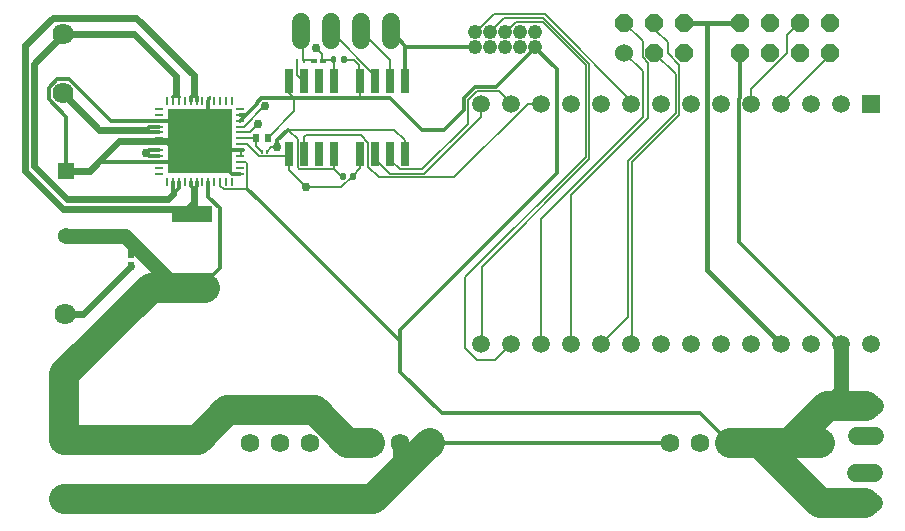
<source format=gbr>
G04 EAGLE Gerber RS-274X export*
G75*
%MOMM*%
%FSLAX34Y34*%
%LPD*%
%INTop Copper*%
%IPPOS*%
%AMOC8*
5,1,8,0,0,1.08239X$1,22.5*%
G01*
%ADD10C,1.524000*%
%ADD11P,1.649562X8X22.500000*%
%ADD12P,1.649562X8X202.500000*%
%ADD13C,1.524000*%
%ADD14R,1.508000X1.508000*%
%ADD15C,1.508000*%
%ADD16R,0.199200X0.704800*%
%ADD17R,0.704800X0.199200*%
%ADD18R,5.500000X5.500000*%
%ADD19C,1.590000*%
%ADD20R,1.590000X1.590000*%
%ADD21C,1.790700*%
%ADD22R,0.558800X0.711200*%
%ADD23R,0.600000X0.700000*%
%ADD24R,0.250000X0.300000*%
%ADD25R,0.500000X0.300000*%
%ADD26C,1.219200*%
%ADD27R,3.454400X1.397000*%
%ADD28C,0.286200*%
%ADD29R,1.371600X1.371600*%
%ADD30C,1.371600*%
%ADD31R,0.290000X0.300000*%
%ADD32R,0.660400X2.032000*%
%ADD33C,0.152400*%
%ADD34C,0.304800*%
%ADD35C,0.609600*%
%ADD36C,1.270000*%
%ADD37C,2.540000*%
%ADD38C,0.756400*%
%ADD39C,0.406400*%


D10*
X579800Y480200D03*
D11*
X605200Y480200D03*
X630600Y480200D03*
X579800Y505600D03*
X605200Y505600D03*
X630600Y505600D03*
D12*
X753400Y505190D03*
X728000Y505190D03*
X702600Y505190D03*
X677200Y505190D03*
X753400Y479790D03*
X728000Y479790D03*
X702600Y479790D03*
X677200Y479790D03*
D13*
X305530Y490460D02*
X305530Y505700D01*
X330930Y505700D02*
X330930Y490460D01*
X356330Y490460D02*
X356330Y505700D01*
X381730Y505700D02*
X381730Y490460D01*
D14*
X788652Y436600D03*
D15*
X763252Y436600D03*
X737852Y436600D03*
X712452Y436600D03*
X687052Y436600D03*
X661652Y436600D03*
X636252Y436600D03*
X610852Y436600D03*
X585452Y436600D03*
X560052Y436600D03*
X534652Y436600D03*
X509252Y436600D03*
X483852Y436600D03*
X458452Y436600D03*
X458452Y233400D03*
X483852Y233400D03*
X509252Y233400D03*
X534652Y233400D03*
X560052Y233400D03*
X585452Y233400D03*
X610852Y233400D03*
X636252Y233400D03*
X661652Y233400D03*
X687052Y233400D03*
X712452Y233400D03*
X737852Y233400D03*
X763252Y233400D03*
X788652Y233400D03*
D16*
X247500Y439524D03*
X242500Y439524D03*
X237500Y439524D03*
X232500Y439524D03*
X227500Y439524D03*
X222500Y439524D03*
X217500Y439524D03*
X212500Y439524D03*
X207500Y439524D03*
X202500Y439524D03*
X197500Y439524D03*
X192500Y439524D03*
D17*
X185476Y432500D03*
X185476Y427500D03*
X185476Y422500D03*
X185476Y417500D03*
X185476Y412500D03*
X185476Y407500D03*
X185476Y402500D03*
X185476Y397500D03*
X185476Y392500D03*
X185476Y387500D03*
X185476Y382500D03*
X185476Y377500D03*
D16*
X192500Y370476D03*
X197500Y370476D03*
X202500Y370476D03*
X207500Y370476D03*
X212500Y370476D03*
X217500Y370476D03*
X222500Y370476D03*
X227500Y370476D03*
X232500Y370476D03*
X237500Y370476D03*
X242500Y370476D03*
X247500Y370476D03*
D17*
X254524Y377500D03*
X254524Y382500D03*
X254524Y387500D03*
X254524Y392500D03*
X254524Y397500D03*
X254524Y402500D03*
X254524Y407500D03*
X254524Y412500D03*
X254524Y417500D03*
X254524Y422500D03*
X254524Y427500D03*
X254524Y432500D03*
D18*
X220000Y405000D03*
D19*
X262400Y150000D03*
X287800Y150000D03*
X313200Y150000D03*
X338600Y150000D03*
X364000Y150000D03*
X389400Y150000D03*
X414800Y150000D03*
X643400Y150000D03*
X618000Y150000D03*
X668800Y150000D03*
X694200Y150000D03*
X719600Y150000D03*
D20*
X745000Y150000D03*
D21*
X106110Y258730D03*
X106110Y208692D03*
X105430Y152420D03*
X105430Y102382D03*
X104710Y495600D03*
X104710Y445562D03*
D22*
X162000Y299586D03*
X162000Y310000D03*
D23*
X277680Y408110D03*
X267680Y408110D03*
D24*
X302430Y473310D03*
X308430Y473310D03*
D25*
X316770Y473220D03*
X324770Y473220D03*
D26*
X503810Y497490D03*
X503810Y484790D03*
X491110Y497490D03*
X491110Y484790D03*
X478410Y497490D03*
X478410Y484790D03*
X465710Y497490D03*
X465710Y484790D03*
X453010Y497490D03*
X453010Y484790D03*
D27*
X214030Y286489D03*
X214030Y343131D03*
D28*
X348301Y374191D02*
X348301Y377329D01*
X350839Y377329D01*
X350839Y374191D01*
X348301Y374191D01*
X348301Y376910D02*
X350839Y376910D01*
X339701Y377329D02*
X339701Y374191D01*
X339701Y377329D02*
X342239Y377329D01*
X342239Y374191D01*
X339701Y374191D01*
X339701Y376910D02*
X342239Y376910D01*
X334289Y473271D02*
X334289Y476409D01*
X334289Y473271D02*
X331751Y473271D01*
X331751Y476409D01*
X334289Y476409D01*
X334289Y475990D02*
X331751Y475990D01*
X342889Y476409D02*
X342889Y473271D01*
X340351Y473271D01*
X340351Y476409D01*
X342889Y476409D01*
X342889Y475990D02*
X340351Y475990D01*
D13*
X776330Y155460D02*
X791570Y155460D01*
X791570Y180860D02*
X776330Y180860D01*
X776110Y123890D02*
X791350Y123890D01*
X791350Y98490D02*
X776110Y98490D01*
D29*
X107300Y379840D03*
D30*
X107300Y324722D03*
D31*
X272590Y396320D03*
X277030Y396320D03*
D32*
X295950Y394266D03*
X295950Y455734D03*
X308650Y394266D03*
X321350Y394266D03*
X308650Y455734D03*
X321350Y455734D03*
X334050Y394266D03*
X334050Y455734D03*
X355950Y394266D03*
X355950Y455734D03*
X368650Y394266D03*
X381350Y394266D03*
X368650Y455734D03*
X381350Y455734D03*
X394050Y394266D03*
X394050Y455734D03*
D33*
X534652Y359652D02*
X534652Y233400D01*
X600000Y471391D02*
X595294Y476097D01*
X595294Y490106D02*
X579800Y505600D01*
X595294Y490106D02*
X595294Y476097D01*
X600000Y425000D02*
X534652Y359652D01*
X600000Y425000D02*
X600000Y471391D01*
X561250Y233750D02*
X560052Y233400D01*
X623202Y462198D02*
X605200Y480200D01*
X623202Y428763D02*
X583202Y388763D01*
X583202Y256550D02*
X560052Y233400D01*
X583202Y256550D02*
X583202Y388763D01*
X623202Y428763D02*
X623202Y462198D01*
X595278Y464722D02*
X579800Y480200D01*
X509252Y339252D02*
X509252Y233400D01*
X595278Y425278D02*
X595278Y464722D01*
X595278Y425278D02*
X509252Y339252D01*
X200000Y410000D02*
X198276Y408276D01*
X197500Y407500D01*
X200000Y405000D02*
X197500Y402500D01*
D34*
X197500Y422500D02*
X185476Y422500D01*
D33*
X197500Y422500D02*
X200000Y420000D01*
X227500Y425000D02*
X227500Y412500D01*
X225254Y410254D01*
X225000Y410000D01*
X220000Y392500D02*
X240000Y392500D01*
X220000Y392500D02*
X217500Y392500D01*
X215000Y395000D01*
D34*
X215000Y387500D02*
X185476Y387500D01*
D33*
X215000Y387500D02*
X220000Y392500D01*
X185476Y407500D02*
X182500Y407500D01*
X182500Y402500D02*
X185476Y402500D01*
D35*
X152188Y405000D02*
X133594Y386406D01*
X198120Y405000D02*
X200000Y405000D01*
X198120Y405000D02*
X190000Y405000D01*
X185928Y405000D01*
X152188Y405000D01*
D34*
X134688Y387500D02*
X185476Y387500D01*
X134688Y387500D02*
X133594Y386406D01*
D35*
X162000Y299586D02*
X121144Y258730D01*
X106110Y258730D01*
D34*
X247500Y377500D02*
X254524Y377500D01*
X247500Y377500D02*
X240110Y384890D01*
X240000Y385000D01*
X227500Y425000D02*
X227500Y439524D01*
X245000Y397500D02*
X254524Y397500D01*
X245000Y397500D02*
X240000Y392500D01*
X240792Y392500D01*
D35*
X133594Y386406D02*
X127028Y379840D01*
X107300Y379840D01*
D36*
X389400Y150000D02*
X389400Y139600D01*
D34*
X109681Y457564D02*
X99739Y457564D01*
X92709Y450533D01*
X92709Y440591D01*
X107300Y425999D01*
X109681Y457564D02*
X144745Y422500D01*
X185476Y422500D01*
X107300Y425999D02*
X107300Y379840D01*
X254524Y397500D02*
X257112Y397500D01*
D33*
X198120Y406908D02*
X198120Y408432D01*
X198276Y408276D01*
X225298Y409702D02*
X225552Y409956D01*
X225254Y410254D01*
X185928Y402336D02*
X185476Y402500D01*
X185928Y402336D02*
X185928Y405000D01*
X185928Y406908D02*
X185476Y407500D01*
X185928Y406908D02*
X185928Y405000D01*
X240792Y392500D02*
X240792Y385572D01*
X240110Y384890D01*
X616980Y150876D02*
X618000Y150000D01*
X426480Y150876D02*
X414800Y150000D01*
X220000Y405000D02*
X198120Y406908D01*
X198120Y405000D01*
X228600Y440436D02*
X228600Y443484D01*
X228600Y440436D02*
X227500Y439524D01*
D34*
X414800Y150000D02*
X618000Y150000D01*
D37*
X414800Y150000D02*
X401150Y136350D01*
X367182Y102382D01*
X105430Y102382D01*
D33*
X325000Y473750D02*
X332500Y473750D01*
X325000Y473750D02*
X324770Y473220D01*
X332500Y473750D02*
X333020Y474840D01*
X333750Y473750D02*
X333750Y456250D01*
X333750Y473750D02*
X333020Y474840D01*
X333750Y456250D02*
X334050Y455734D01*
X333020Y474840D02*
X333750Y475000D01*
X334050Y394266D02*
X333750Y393750D01*
X393750Y395000D02*
X394050Y394266D01*
X393750Y455000D02*
X394050Y455734D01*
X335000Y395000D02*
X334050Y394266D01*
X394050Y455734D02*
X393750Y456250D01*
X255000Y396250D02*
X255000Y392500D01*
X254524Y392500D01*
X255000Y396250D02*
X254524Y397500D01*
D34*
X220596Y405000D02*
X220000Y405000D01*
X220596Y405000D02*
X225298Y409702D01*
D33*
X277030Y397030D02*
X277030Y396320D01*
X254524Y397500D02*
X197500Y397500D01*
X190000Y405000D01*
X323750Y473750D02*
X323750Y478750D01*
X318750Y483750D01*
X323750Y473750D02*
X324770Y473220D01*
D38*
X318750Y483750D03*
D33*
X334050Y394266D02*
X334050Y381820D01*
X304401Y381820D01*
X303062Y383159D01*
X303062Y406938D01*
X394050Y405950D02*
X394050Y394266D01*
X394050Y405950D02*
X385000Y415000D01*
X340110Y375760D02*
X334050Y381820D01*
X340110Y375760D02*
X340970Y375760D01*
D34*
X393750Y486060D02*
X381730Y498080D01*
X393750Y486060D02*
X393750Y456250D01*
X395020Y484790D02*
X393750Y486060D01*
X395020Y484790D02*
X453010Y484790D01*
D39*
X630600Y505600D02*
X650000Y505600D01*
X676790Y505600D01*
X677200Y505190D01*
X650000Y295852D02*
X712452Y233400D01*
X650000Y295852D02*
X650000Y505600D01*
D33*
X280760Y400050D02*
X277030Y396320D01*
X280760Y400050D02*
X285750Y400050D01*
D38*
X285750Y400050D03*
D34*
X285750Y405750D01*
D33*
X295000Y415000D02*
X303062Y406938D01*
D34*
X295000Y415000D02*
X285750Y405750D01*
D33*
X295000Y415000D02*
X385000Y415000D01*
X389400Y150000D02*
X392500Y145000D01*
X401150Y136350D01*
X355000Y393750D02*
X355950Y394266D01*
X270000Y392500D02*
X260000Y402500D01*
X270000Y392500D02*
X293750Y392500D01*
X295000Y393750D01*
X260000Y402500D02*
X254524Y402500D01*
X295000Y393750D02*
X295524Y394035D01*
X295950Y394266D01*
D38*
X310000Y366250D03*
D33*
X349570Y375760D02*
X355950Y382140D01*
X355950Y394266D01*
X349570Y375760D02*
X340060Y366250D01*
X310000Y366250D01*
X295524Y380726D01*
X295524Y394035D01*
X606250Y498750D02*
X606250Y505000D01*
X605200Y505600D01*
X586250Y387500D02*
X586250Y233750D01*
X586250Y387500D02*
X626250Y427500D01*
X626250Y470000D01*
X616250Y480000D01*
X616250Y488750D01*
X606250Y498750D01*
X586250Y233750D02*
X585452Y233400D01*
X606250Y498750D02*
X605200Y505600D01*
X713232Y437388D02*
X754380Y478536D01*
X713232Y437388D02*
X712452Y436600D01*
X754380Y478536D02*
X753400Y479790D01*
X687324Y449580D02*
X687324Y437388D01*
X687324Y449580D02*
X717804Y480060D01*
X717804Y495300D01*
X726948Y504444D01*
X687324Y437388D02*
X687052Y436600D01*
X726948Y504444D02*
X728000Y505190D01*
X368750Y393750D02*
X368750Y390000D01*
X381250Y377500D01*
X410000Y377500D01*
X368750Y393750D02*
X368650Y394266D01*
X410000Y377500D02*
X458452Y425952D01*
X458452Y436600D01*
X308750Y398750D02*
X308750Y395000D01*
X308650Y394266D01*
X497748Y436600D02*
X509252Y436600D01*
X371769Y374452D02*
X363062Y383159D01*
X371769Y374452D02*
X435600Y374452D01*
X497748Y436600D01*
X363062Y403849D02*
X363062Y383159D01*
X308650Y394266D02*
X308650Y408650D01*
X310000Y410000D01*
X356911Y410000D01*
X363062Y403849D01*
X316250Y473750D02*
X308750Y473750D01*
X308430Y473310D01*
X316250Y473750D02*
X316770Y473220D01*
X307500Y473750D02*
X307500Y496250D01*
X306250Y497500D01*
X307500Y473750D02*
X308430Y473310D01*
X306250Y497500D02*
X305530Y498080D01*
X381250Y456250D02*
X381350Y455734D01*
X381350Y473650D01*
X356920Y498080D02*
X356330Y498080D01*
X356920Y498080D02*
X381350Y473650D01*
X302500Y472500D02*
X302500Y461250D01*
X307500Y456250D01*
X302500Y472500D02*
X302430Y473310D01*
X307500Y456250D02*
X308650Y455734D01*
X382500Y393750D02*
X382500Y388750D01*
X390000Y381250D01*
X408750Y381250D01*
X447500Y420000D01*
X447500Y440000D01*
X455000Y447500D01*
X473750Y447500D01*
X483750Y437500D01*
X382500Y393750D02*
X381350Y394266D01*
X483852Y436600D02*
X483750Y437500D01*
X694200Y150000D02*
X694200Y135800D01*
X694200Y150000D02*
X719600Y150000D01*
X720000Y150000D01*
D37*
X694200Y150000D02*
X668800Y150000D01*
X694200Y150000D02*
X720000Y150000D01*
X745000Y150000D01*
D34*
X259510Y427500D02*
X254524Y427500D01*
X254524Y422514D02*
X254524Y422500D01*
X254524Y422514D02*
X259510Y427500D01*
D33*
X237744Y370332D02*
X237744Y367284D01*
X240792Y364236D01*
X260604Y364236D01*
X260604Y365000D02*
X260604Y385572D01*
X260604Y365000D02*
X260604Y364236D01*
X260604Y385572D02*
X259080Y387096D01*
X256032Y387096D01*
X237744Y370332D02*
X237500Y370476D01*
X254524Y387500D02*
X256032Y387096D01*
D34*
X260604Y365000D02*
X270302Y355302D01*
X390000Y235604D01*
X390000Y210000D01*
X425000Y175000D01*
X643800Y175000D02*
X668800Y150000D01*
X643800Y175000D02*
X425000Y175000D01*
D33*
X270000Y355000D02*
X270302Y355302D01*
D34*
X676464Y320188D02*
X676464Y440986D01*
X676464Y320188D02*
X763252Y233400D01*
D37*
X750860Y180860D02*
X783950Y180860D01*
X750860Y180860D02*
X720000Y150000D01*
D36*
X763252Y193252D02*
X763252Y233400D01*
X763252Y193252D02*
X750860Y180860D01*
D37*
X745710Y98490D02*
X783730Y98490D01*
X745710Y98490D02*
X694200Y150000D01*
D33*
X355000Y456250D02*
X353750Y457500D01*
X342500Y473750D02*
X341620Y474840D01*
X355000Y456250D02*
X355950Y455734D01*
X295950Y455734D02*
X295000Y455000D01*
X353750Y457500D02*
X355950Y455734D01*
X278750Y408750D02*
X277680Y408110D01*
X295950Y449050D02*
X295950Y455734D01*
X355000Y456684D02*
X355950Y455734D01*
X355000Y456684D02*
X355000Y469699D01*
X350949Y473750D02*
X342500Y473750D01*
X350949Y473750D02*
X355000Y469699D01*
X355950Y455734D02*
X358062Y453622D01*
X358062Y449627D01*
D34*
X676464Y440986D02*
X677200Y441722D01*
X677200Y479790D01*
X522380Y466386D02*
X504383Y484383D01*
X503976Y484790D01*
X503810Y484790D01*
X522380Y466386D02*
X522380Y377768D01*
X390000Y245388D02*
X390000Y235604D01*
X390000Y245388D02*
X522380Y377768D01*
X272467Y441534D02*
X268466Y437533D01*
X268466Y436456D02*
X259510Y427500D01*
X268466Y436456D02*
X268466Y437533D01*
X272467Y441534D02*
X300000Y441534D01*
X408000Y414566D02*
X427000Y414566D01*
X443690Y441578D02*
X453422Y451310D01*
X471310Y451310D02*
X504383Y484383D01*
X471310Y451310D02*
X453422Y451310D01*
X408000Y414566D02*
X381032Y441534D01*
X427000Y414566D02*
X443690Y431256D01*
X443690Y441578D01*
X355000Y441534D02*
X300000Y441534D01*
X355000Y441534D02*
X381032Y441534D01*
D33*
X355950Y442484D02*
X355950Y455734D01*
X355950Y442484D02*
X355000Y441534D01*
X300000Y430430D02*
X277680Y408110D01*
X300000Y430430D02*
X300000Y441534D01*
X295950Y445584D02*
X295950Y455734D01*
X295950Y445584D02*
X300000Y441534D01*
D35*
X162000Y319580D02*
X162000Y310000D01*
D37*
X106110Y208692D02*
X105430Y208012D01*
X105430Y152420D01*
D34*
X227500Y358229D02*
X227500Y370476D01*
D37*
X218461Y152420D02*
X105430Y152420D01*
D36*
X338600Y150000D02*
X364000Y150000D01*
D37*
X344559Y150000D01*
X317385Y177174D01*
X243215Y177174D01*
X218461Y152420D01*
D36*
X156858Y324722D02*
X107300Y324722D01*
D34*
X226144Y286489D02*
X237490Y297835D01*
X226144Y286489D02*
X215000Y286489D01*
X237490Y348239D02*
X227500Y358229D01*
X237490Y348239D02*
X237490Y297835D01*
D36*
X214030Y286489D02*
X213014Y287505D01*
X194075Y287505D01*
X166876Y314704D02*
X156858Y324722D01*
X166876Y314704D02*
X194075Y287505D01*
X191527Y286489D02*
X214030Y286489D01*
X215000Y286489D01*
D37*
X178573Y281155D02*
X106110Y208692D01*
X178573Y281155D02*
X214884Y281155D01*
X225000Y281155D01*
D33*
X163068Y310896D02*
X162000Y310000D01*
X163068Y310896D02*
X166876Y314704D01*
X214030Y286489D02*
X214884Y286512D01*
X214884Y281155D01*
X367500Y456250D02*
X368650Y455734D01*
X368650Y460360D01*
X330930Y498080D01*
X267500Y407500D02*
X254524Y407500D01*
X267500Y407500D02*
X267680Y408110D01*
X267680Y401230D01*
X272590Y396320D01*
D34*
X214030Y343131D02*
X212611Y344551D01*
X212390Y351491D02*
X212500Y351601D01*
X212390Y351491D02*
X210450Y349551D01*
X212500Y439524D02*
X212500Y442500D01*
X215000Y445000D01*
X217500Y442500D01*
X217500Y439524D01*
D35*
X165981Y509796D02*
X95668Y509796D01*
X72380Y486508D01*
X72380Y379464D02*
X104221Y347623D01*
X209538Y347623D02*
X214030Y343131D01*
X72380Y379464D02*
X72380Y486508D01*
X104221Y347623D02*
X209538Y347623D01*
D34*
X212500Y367500D02*
X212500Y370476D01*
X212500Y367500D02*
X215000Y365000D01*
X217500Y367500D01*
X217500Y370476D01*
D35*
X215000Y365000D02*
X215000Y350520D01*
X215000Y344101D01*
X214030Y343131D01*
X215000Y445000D02*
X215000Y460776D01*
X165981Y509796D01*
D33*
X212390Y351491D02*
X213360Y350520D01*
X215000Y350520D01*
X262337Y412500D02*
X269837Y420000D01*
X262337Y412500D02*
X254524Y412500D01*
D38*
X269837Y420000D03*
D33*
X256538Y417500D02*
X254524Y417500D01*
X560000Y436250D02*
X560052Y436600D01*
X257500Y417500D02*
X254524Y417500D01*
X257500Y417500D02*
X275000Y435000D01*
X275296Y434704D01*
D38*
X275296Y434704D03*
D34*
X185476Y412500D02*
X177500Y412500D01*
X175000Y415000D01*
X177500Y417500D02*
X185476Y417500D01*
X177500Y417500D02*
X175000Y415000D01*
X177500Y397500D02*
X185476Y397500D01*
X177500Y397500D02*
X175000Y395000D01*
D38*
X175000Y395000D03*
D34*
X177500Y392500D02*
X185476Y392500D01*
X177500Y392500D02*
X175000Y395000D01*
D35*
X175000Y415000D02*
X135272Y415000D01*
X104710Y445562D01*
X104710Y495600D02*
X164400Y495600D01*
X200000Y460000D01*
X200000Y445000D01*
D34*
X197500Y442500D01*
D33*
X197500Y439524D01*
D34*
X202500Y442500D02*
X200000Y445000D01*
D33*
X202500Y442500D02*
X202500Y439524D01*
D34*
X202500Y370476D02*
X202500Y365476D01*
X197500Y360476D01*
D35*
X193294Y356270D01*
X107540Y356270D01*
D34*
X197500Y360476D02*
X197500Y370476D01*
D35*
X107540Y356270D02*
X80000Y383810D01*
X80000Y470890D02*
X104710Y495600D01*
X80000Y470890D02*
X80000Y383810D01*
D33*
X478410Y497490D02*
X479256Y497490D01*
X487638Y505872D01*
X510507Y505872D01*
X546952Y469427D01*
X483852Y233400D02*
X470452Y220000D01*
X455000Y220000D01*
X445000Y230000D01*
X546952Y391952D02*
X546952Y469427D01*
X445000Y290000D02*
X445000Y230000D01*
X445000Y290000D02*
X546952Y391952D01*
X458750Y298750D02*
X458750Y233750D01*
X458452Y233400D01*
X458750Y298750D02*
X550000Y390000D01*
X550000Y470689D01*
X477980Y509760D02*
X465710Y497490D01*
X510929Y509760D02*
X550000Y470689D01*
X510929Y509760D02*
X477980Y509760D01*
X585452Y439548D02*
X585452Y436600D01*
X469058Y512808D02*
X453750Y497500D01*
X512192Y512808D02*
X585452Y439548D01*
X512192Y512808D02*
X469058Y512808D01*
X453750Y497500D02*
X453010Y497490D01*
M02*

</source>
